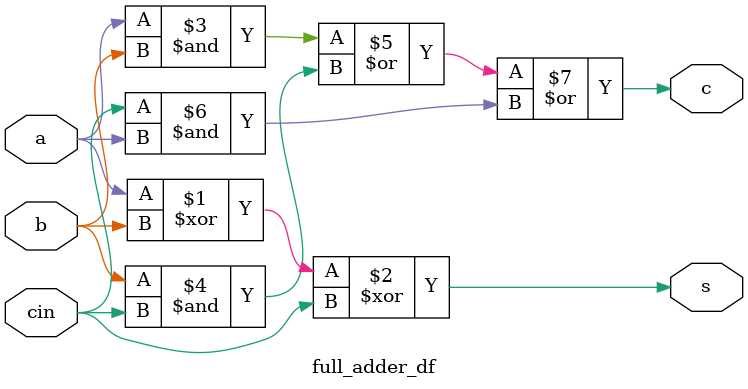
<source format=v>
module full_adder_df(s, c, a, b, cin);

input a, b, cin;
output s, c;

assign s = a ^ b ^ cin;
assign c = a & b | b & cin | cin & a;

endmodule
</source>
